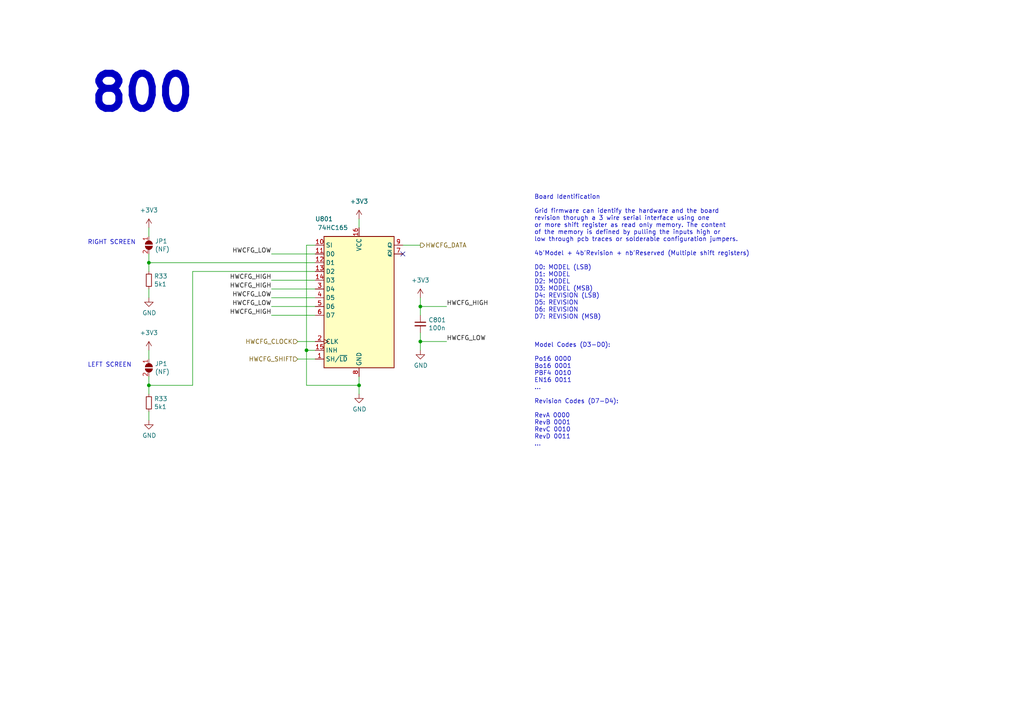
<source format=kicad_sch>
(kicad_sch (version 20231120) (generator "eeschema") (generator_version "8.0")
  (paper "A4")
  (lib_symbols
    (symbol "power:+3V3" (power) (pin_names (offset 0))
      (property "Value" "+3V3" (at 0 3.556 0))
      (symbol "+3V3_0_1"
        (polyline (pts (xy -0.762 1.27) (xy 0 2.54)))
        (polyline (pts (xy 0 0) (xy 0 2.54)))
        (polyline (pts (xy 0 2.54) (xy 0.762 1.27)))
      )
      (symbol "+3V3_1_1"
        (pin power_in line (at 0 0 90) (length 0) hide (name "+3V3") (number "1"))
      )
    )
    (symbol "power:GND" (power) (pin_names (offset 0))
      (property "Value" "GND" (at 0 -3.81 0))
      (symbol "GND_0_1"
        (polyline (pts (xy 0 0) (xy 0 -1.27) (xy 1.27 -1.27) (xy 0 -2.54) (xy -1.27 -1.27) (xy 0 -1.27)))
      )
      (symbol "GND_1_1"
        (pin power_in line (at 0 0 270) (length 0) hide (name "GND") (number "1"))
      )
    )
    (symbol "suku_basics:74HC165"
      (property "Reference" "U" (at -15.24 25.4 0))
      (property "Value" "74HC165" (at -12.7 20.32 0))
      (symbol "74HC165_1_0"
        (pin input line (at -12.7 12.7 0) (length 2.54) (name "D0") (number "11"))
        (pin input line (at -12.7 10.16 0) (length 2.54) (name "D1") (number "12"))
        (pin input line (at -12.7 7.62 0) (length 2.54) (name "D2") (number "13"))
        (pin input line (at -12.7 5.08 0) (length 2.54) (name "D3") (number "14"))
        (pin power_in line (at 0 20.32 270) (length 2.54) (name "VCC") (number "16"))
        (pin input clock (at -12.7 -12.7 0) (length 2.54) (name "CLK") (number "2"))
        (pin input line (at -12.7 2.54 0) (length 2.54) (name "D4") (number "3"))
        (pin input line (at -12.7 0 0) (length 2.54) (name "D5") (number "4"))
        (pin input line (at -12.7 -2.54 0) (length 2.54) (name "D6") (number "5"))
        (pin input line (at -12.7 -5.08 0) (length 2.54) (name "D7") (number "6"))
        (pin power_in line (at 0 -22.86 90) (length 2.54) (name "GND") (number "8"))
        (pin output line (at 12.7 15.24 180) (length 2.54) (name "Q") (number "9"))
      )
      (symbol "74HC165_1_1"
        (rectangle (start -10.16 17.78) (end 10.16 -20.32) (stroke (width 0.254)) (fill (type background)))
        (pin input line (at -12.7 -17.78 0) (length 2.54) (name "SH/~{LD}") (number "1"))
        (pin input line (at -12.7 15.24 0) (length 2.54) (name "SI") (number "10"))
        (pin input line (at -12.7 -15.24 0) (length 2.54) (name "INH") (number "15"))
        (pin output line (at 12.7 12.7 180) (length 2.54) (name "~{Q}") (number "7"))
      )
    )
    (symbol "suku_basics:CAP" (pin_numbers hide) (pin_names (offset 0.254) hide)
      (property "Reference" "C" (at 0.254 1.778 0))
      (symbol "CAP_0_1"
        (polyline (pts (xy -1.524 -0.508) (xy 1.524 -0.508)) (stroke (width 0.3302)))
        (polyline (pts (xy -1.524 0.508) (xy 1.524 0.508)) (stroke (width 0.3048)))
      )
      (symbol "CAP_1_1"
        (pin passive line (at 0 2.54 270) (length 2.032) (name "~") (number "1"))
        (pin passive line (at 0 -2.54 90) (length 2.032) (name "~") (number "2"))
      )
    )
    (symbol "suku_basics:JP_SolderJumper_2_Open" (pin_names (offset 0) hide)
      (property "Reference" "JP" (at 0 2.032 0))
      (property "Value" "JP_SolderJumper_2_Open" (at 0 -2.54 0))
      (symbol "JP_SolderJumper_2_Open_0_1"
        (arc (start -0.254 1.016) (mid -1.2656 0) (end -0.254 -1.016))
        (arc (start -0.254 1.016) (mid -1.2656 0) (end -0.254 -1.016) (fill (type outline)))
        (polyline (pts (xy -0.254 1.016) (xy -0.254 -1.016)))
        (polyline (pts (xy 0.254 1.016) (xy 0.254 -1.016)))
        (arc (start 0.254 -1.016) (mid 1.2656 0) (end 0.254 1.016))
        (arc (start 0.254 -1.016) (mid 1.2656 0) (end 0.254 1.016) (fill (type outline)))
      )
      (symbol "JP_SolderJumper_2_Open_1_1"
        (pin passive line (at -2.54 0 0) (length 1.27) (name "A") (number "1"))
        (pin passive line (at 2.54 0 180) (length 1.27) (name "B") (number "2"))
      )
    )
    (symbol "suku_basics:RES" (pin_numbers hide) (pin_names (offset 0.254) hide)
      (property "Reference" "R" (at 0.762 0.508 0))
      (property "Value" "RES" (at 0.762 -1.016 0))
      (symbol "RES_1_1"
        (rectangle (start -0.762 1.778) (end 0.762 -1.778) (stroke (width 0.2032)))
        (pin passive line (at 0 2.54 270) (length 0.762) (name "~") (number "1"))
        (pin passive line (at 0 -2.54 90) (length 0.762) (name "~") (number "2"))
      )
    )
  )
  (junction (at 43.18 111.76))
  (junction (at 43.18 76.2))
  (junction (at 104.14 111.76))
  (junction (at 88.9 101.6))
  (junction (at 121.92 99.06))
  (junction (at 121.92 88.9))
  (no_connect (at 116.84 73.66))
  (wire (pts (xy 43.18 109.22) (xy 43.18 111.76)))
  (wire (pts (xy 88.9 71.12) (xy 88.9 101.6)))
  (wire (pts (xy 91.44 83.82) (xy 78.74 83.82)))
  (wire (pts (xy 55.88 111.76) (xy 55.88 78.74)))
  (wire (pts (xy 104.14 111.76) (xy 104.14 109.22)))
  (wire (pts (xy 91.44 101.6) (xy 88.9 101.6)))
  (wire (pts (xy 91.44 99.06) (xy 86.36 99.06)))
  (wire (pts (xy 91.44 86.36) (xy 78.74 86.36)))
  (wire (pts (xy 91.44 88.9) (xy 78.74 88.9)))
  (wire (pts (xy 43.18 76.2) (xy 91.44 76.2)))
  (wire (pts (xy 104.14 63.5) (xy 104.14 66.04)))
  (wire (pts (xy 43.18 111.76) (xy 55.88 111.76)))
  (wire (pts (xy 78.74 91.44) (xy 91.44 91.44)))
  (wire (pts (xy 104.14 114.3) (xy 104.14 111.76)))
  (wire (pts (xy 43.18 121.92) (xy 43.18 119.38)))
  (wire (pts (xy 43.18 73.66) (xy 43.18 76.2)))
  (wire (pts (xy 43.18 66.04) (xy 43.18 68.58)))
  (wire (pts (xy 43.18 86.36) (xy 43.18 83.82)))
  (wire (pts (xy 121.92 99.06) (xy 121.92 101.6)))
  (wire (pts (xy 43.18 76.2) (xy 43.18 78.74)))
  (wire (pts (xy 91.44 71.12) (xy 88.9 71.12)))
  (wire (pts (xy 78.74 73.66) (xy 91.44 73.66)))
  (wire (pts (xy 121.92 96.52) (xy 121.92 99.06)))
  (wire (pts (xy 88.9 101.6) (xy 88.9 111.76)))
  (wire (pts (xy 121.92 88.9) (xy 121.92 91.44)))
  (wire (pts (xy 43.18 101.6) (xy 43.18 104.14)))
  (wire (pts (xy 88.9 111.76) (xy 104.14 111.76)))
  (wire (pts (xy 91.44 81.28) (xy 78.74 81.28)))
  (wire (pts (xy 43.18 111.76) (xy 43.18 114.3)))
  (wire (pts (xy 116.84 71.12) (xy 121.92 71.12)))
  (wire (pts (xy 121.92 88.9) (xy 129.54 88.9)))
  (wire (pts (xy 121.92 86.36) (xy 121.92 88.9)))
  (wire (pts (xy 121.92 99.06) (xy 129.54 99.06)))
  (wire (pts (xy 55.88 78.74) (xy 91.44 78.74)))
  (wire (pts (xy 91.44 104.14) (xy 86.36 104.14)))
  (text "800" (at 25.4 33.02 0) (effects (font (size 10.16 10.16) (thickness 2.032) (bold yes)) (justify left bottom)))
  (text "Board Identification\n\nGrid firmware can identify the hardware and the board \nrevision thorugh a 3 wire serial interface using one \nor more shift register as read only memory. The content\nof the memory is defined by pulling the inputs high or\nlow through pcb traces or solderable configuration jumpers.\n\n4b'Model + 4b'Revision + nb'Reserved (Multiple shift registers)\n\nD0: MODEL (LSB)\nD1: MODEL\nD2: MODEL\nD3: MODEL (MSB)\nD4: REVISION (LSB)\nD5: REVISION\nD6: REVISION\nD7: REVISION (MSB)\n\n\n\nModel Codes (D3-D0):\n\nPo16 0000\nBo16 0001\nPBF4 0010\nEN16 0011\n...\n\nRevision Codes (D7-D4):\n\nRevA 0000\nRevB 0001\nRevC 0010\nRevD 0011\n...\n" (at 154.94 129.54 0) (effects (font (size 1.27 1.27)) (justify left bottom)))
  (text "LEFT SCREEN" (at 25.4 106.68 0) (effects (font (size 1.27 1.27)) (justify left bottom)))
  (text "RIGHT SCREEN" (at 25.4 71.12 0) (effects (font (size 1.27 1.27)) (justify left bottom)))
  (label "HWCFG_LOW" (at 129.54 99.06 0))
  (label "HWCFG_HIGH" (at 78.74 81.28 180))
  (label "HWCFG_LOW" (at 78.74 86.36 180))
  (label "HWCFG_HIGH" (at 129.54 88.9 0))
  (label "HWCFG_LOW" (at 78.74 73.66 180))
  (label "HWCFG_HIGH" (at 78.74 91.44 180))
  (label "HWCFG_LOW" (at 78.74 88.9 180))
  (label "HWCFG_HIGH" (at 78.74 83.82 180))
  (hierarchical_label "HWCFG_CLOCK" (shape input) (at 86.36 99.06 180))
  (hierarchical_label "HWCFG_SHIFT" (shape input) (at 86.36 104.14 180))
  (hierarchical_label "HWCFG_DATA" (shape output) (at 121.92 71.12 0))
  (symbol (lib_id "suku_basics:74HC165") (at 104.14 86.36 0) (unit 1)
    (property "Reference" "U801" (at 93.98 63.5 0))
    (property "Value" "74HC165" (at 96.52 66.04 0))
    (property "Footprint" "suku_basics:SOIC-16_74HC165" (effects (hide yes)))
    (property "Datasheet" "http://www.ti.com/lit/ds/symlink/sn74hc595.pdf" (effects (hide yes)))
  )
  (symbol (lib_id "power:GND") (at 104.14 114.3 0) (unit 1)
    (property "Reference" "#PWR0852" (effects (hide yes)))
    (property "Value" "GND" (at 104.267 118.6942 0))
  )
  (symbol (lib_id "suku_basics:CAP") (at 121.92 93.98 0) (unit 1)
    (property "Reference" "C801" (at 124.2568 92.8116 0) (effects (justify left)))
    (property "Value" "100n" (at 124.2568 95.123 0) (effects (justify left)))
    (property "Footprint" "suku_basics:CAP_0402" (effects (hide yes)))
  )
  (symbol (lib_id "power:GND") (at 121.92 101.6 0) (unit 1)
    (property "Reference" "#PWR0851" (effects (hide yes)))
    (property "Value" "GND" (at 122.047 105.9942 0))
  )
  (symbol (lib_id "power:+3V3") (at 104.14 63.5 0) (unit 1)
    (property "Reference" "#PWR0832" (effects (hide yes)))
    (property "Value" "+3V3" (at 104.14 58.42 0))
  )
  (symbol (lib_id "power:GND") (at 43.18 121.92 0) (unit 1)
    (property "Reference" "#PWR0152" (effects (hide yes)))
    (property "Value" "GND" (at 43.307 126.3142 0))
    (instances (project "HWCFG" (path "" (reference "#PWR0152") (unit 1))) (project "PCBA-TEK1" (path "" (reference "#PWR0853") (unit 1))))
  )
  (symbol (lib_id "power:+3V3") (at 43.18 101.6 0) (unit 1)
    (property "Reference" "#PWR0850" (effects (hide yes)))
    (property "Value" "+3V3" (at 43.18 96.52 0))
  )
  (symbol (lib_id "suku_basics:JP_SolderJumper_2_Open") (at 43.18 106.68 270) (unit 1)
    (property "Reference" "JP1" (at 44.9072 105.5116 90) (effects (justify left)))
    (property "Value" "(NF)" (at 44.9072 107.823 90) (effects (justify left)))
    (property "Footprint" "Jumper:SolderJumper-2_P1.3mm_Open_TrianglePad1.0x1.5mm" (effects (hide yes)))
    (instances (project "HWCFG" (path "" (reference "JP1") (unit 1))) (project "PCBA-TEK1" (path "" (reference "JP802") (unit 1))))
  )
  (symbol (lib_id "power:+3V3") (at 43.18 66.04 0) (unit 1)
    (property "Reference" "#PWR0847" (effects (hide yes)))
    (property "Value" "+3V3" (at 43.18 60.96 0))
  )
  (symbol (lib_id "suku_basics:RES") (at 43.18 116.84 0) (unit 1)
    (property "Reference" "R33" (at 44.6786 115.6716 0) (effects (justify left)))
    (property "Value" "5k1" (at 44.6786 117.983 0) (effects (justify left)))
    (property "Footprint" "suku_basics:RES_0402" (effects (hide yes)))
    (instances (project "HWCFG" (path "" (reference "R33") (unit 1))) (project "PCBA-TEK1" (path "" (reference "R802") (unit 1))))
  )
  (symbol (lib_id "power:GND") (at 43.18 86.36 0) (unit 1)
    (property "Reference" "#PWR0152" (effects (hide yes)))
    (property "Value" "GND" (at 43.307 90.7542 0))
    (instances (project "HWCFG" (path "" (reference "#PWR0152") (unit 1))) (project "PCBA-TEK1" (path "" (reference "#PWR0848") (unit 1))))
  )
  (symbol (lib_id "suku_basics:RES") (at 43.18 81.28 0) (unit 1)
    (property "Reference" "R33" (at 44.6786 80.1116 0) (effects (justify left)))
    (property "Value" "5k1" (at 44.6786 82.423 0) (effects (justify left)))
    (property "Footprint" "suku_basics:RES_0402" (effects (hide yes)))
    (instances (project "HWCFG" (path "" (reference "R33") (unit 1))) (project "PCBA-TEK1" (path "" (reference "R801") (unit 1))))
  )
  (symbol (lib_id "power:+3V3") (at 121.92 86.36 0) (unit 1)
    (property "Reference" "#PWR0849" (effects (hide yes)))
    (property "Value" "+3V3" (at 121.92 81.28 0))
  )
  (symbol (lib_id "suku_basics:JP_SolderJumper_2_Open") (at 43.18 71.12 270) (unit 1)
    (property "Reference" "JP1" (at 44.9072 69.9516 90) (effects (justify left)))
    (property "Value" "(NF)" (at 44.9072 72.263 90) (effects (justify left)))
    (property "Footprint" "Jumper:SolderJumper-2_P1.3mm_Open_TrianglePad1.0x1.5mm" (effects (hide yes)))
    (instances (project "HWCFG" (path "" (reference "JP1") (unit 1))) (project "PCBA-TEK1" (path "" (reference "JP801") (unit 1))))
  )
)
</source>
